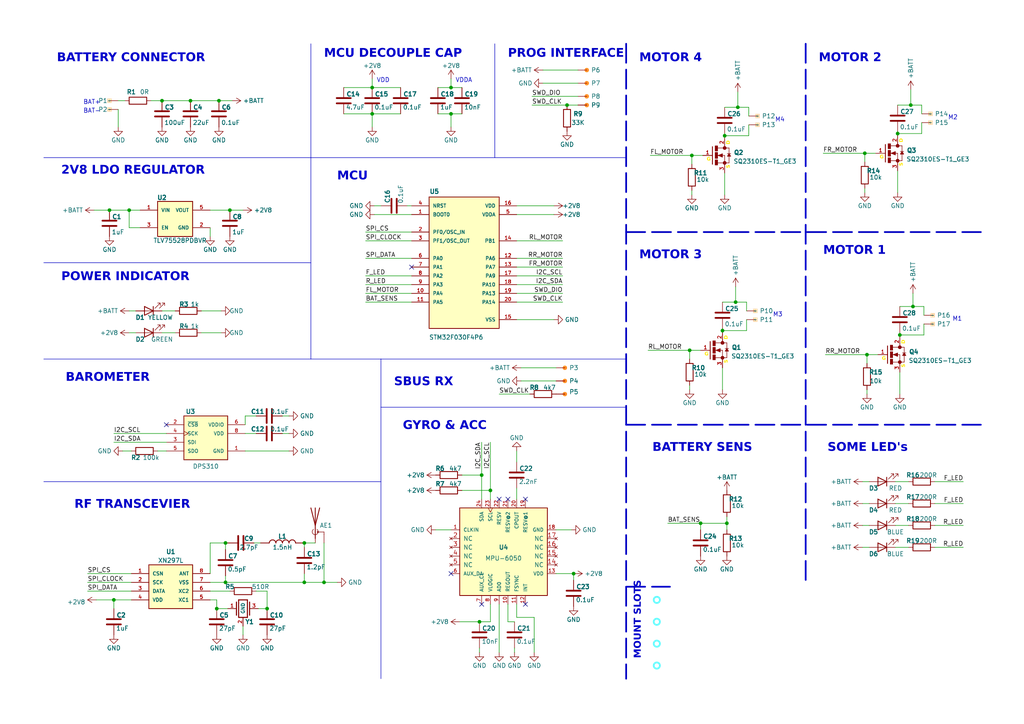
<source format=kicad_sch>
(kicad_sch (version 20230121) (generator eeschema)
  (paper "A4")
  (title_block (date "2023-06-25"))
  (junction (at 200.66 45.085))
  (junction (at 63.5 29.21))
  (junction (at 66.675 60.96))
  (junction (at 260.35 38.735))
  (junction (at 139.065 180.34))
  (junction (at 77.47 176.53))
  (junction (at 46.99 29.21))
  (junction (at 250.825 44.45))
  (junction (at 107.95 25.4))
  (junction (at 142.24 142.24))
  (junction (at 130.81 33.02))
  (junction (at 65.405 168.91))
  (junction (at 203.2 151.765))
  (junction (at 31.75 60.96))
  (junction (at 210.82 151.765))
  (junction (at 93.98 168.91))
  (junction (at 213.36 87.63))
  (junction (at 164.465 30.48))
  (junction (at 37.465 60.96))
  (junction (at 166.37 166.37))
  (junction (at 264.795 88.9))
  (junction (at 65.405 157.48))
  (junction (at 139.7 137.795))
  (junction (at 264.16 30.48))
  (junction (at 260.985 97.155))
  (junction (at 107.95 33.02))
  (junction (at 213.995 31.115))
  (junction (at 210.185 39.37))
  (junction (at 62.865 176.53))
  (junction (at 88.265 168.91))
  (junction (at 88.265 157.48))
  (junction (at 55.245 29.21))
  (junction (at 200.025 101.6))
  (junction (at 33.02 173.99))
  (junction (at 130.81 25.4))
  (junction (at 209.55 95.885))
  (junction (at 251.46 102.87))
  (no_connect (at 152.4 175.26))
  (no_connect (at 139.7 175.26))
  (no_connect (at 147.32 144.78))
  (no_connect (at 119.38 77.47))
  (no_connect (at 144.78 144.78))
  (no_connect (at 130.81 166.37))
  (no_connect (at 48.26 123.19))
  (no_connect (at 152.4 144.78))
  (wire (pts (xy 209.55 95.25) (xy 209.55 95.885)))
  (wire (pts (xy 77.47 171.45) (xy 77.47 176.53)))
  (wire (pts (xy 130.81 33.02) (xy 133.985 33.02)))
  (wire (pts (xy 200.66 55.245) (xy 200.66 56.515)))
  (wire (pts (xy 264.795 85.09) (xy 264.795 88.9)))
  (wire (pts (xy 200.66 45.085) (xy 200.66 47.625)))
  (wire (pts (xy 106.045 82.55) (xy 119.38 82.55)))
  (wire (pts (xy 149.86 82.55) (xy 163.195 82.55)))
  (polyline (pts (xy 12.7 139.7) (xy 110.49 139.7)))
  (wire (pts (xy 267.335 30.48) (xy 267.335 33.02)))
  (wire (pts (xy 164.465 30.48) (xy 154.305 30.48)))
  (wire (pts (xy 210.185 50.165) (xy 210.185 56.515)))
  (wire (pts (xy 264.795 88.9) (xy 267.97 88.9)))
  (polyline (pts (xy 143.51 12.7) (xy 143.51 45.72)))
  (wire (pts (xy 106.045 69.85) (xy 119.38 69.85)))
  (wire (pts (xy 126.365 153.67) (xy 130.81 153.67)))
  (wire (pts (xy 127 25.4) (xy 130.81 25.4)))
  (wire (pts (xy 200.66 45.085) (xy 203.835 45.085)))
  (wire (pts (xy 251.46 102.87) (xy 254.635 102.87)))
  (wire (pts (xy 88.265 168.91) (xy 93.98 168.91)))
  (wire (pts (xy 251.46 102.87) (xy 251.46 105.41)))
  (polyline (pts (xy 90.17 45.72) (xy 181.61 45.72)))
  (wire (pts (xy 260.35 38.1) (xy 260.35 38.735)))
  (wire (pts (xy 43.815 29.21) (xy 46.99 29.21)))
  (wire (pts (xy 210.82 151.765) (xy 210.82 153.67)))
  (wire (pts (xy 200.025 111.76) (xy 200.025 113.03)))
  (wire (pts (xy 37.465 60.96) (xy 40.64 60.96)))
  (wire (pts (xy 210.185 39.37) (xy 210.185 40.005)))
  (wire (pts (xy 209.55 87.63) (xy 213.36 87.63)))
  (wire (pts (xy 250.19 158.75) (xy 252.095 158.75)))
  (wire (pts (xy 37.465 90.17) (xy 39.37 90.17)))
  (wire (pts (xy 71.12 123.19) (xy 71.12 120.65)))
  (wire (pts (xy 142.24 180.34) (xy 142.24 175.26)))
  (polyline (pts (xy 90.17 12.7) (xy 90.17 45.72)))
  (wire (pts (xy 108.585 62.23) (xy 119.38 62.23)))
  (wire (pts (xy 149.86 62.23) (xy 160.655 62.23)))
  (wire (pts (xy 264.16 26.035) (xy 264.16 30.48)))
  (wire (pts (xy 271.145 152.4) (xy 279.4 152.4)))
  (wire (pts (xy 213.995 31.115) (xy 217.17 31.115)))
  (wire (pts (xy 259.715 152.4) (xy 263.525 152.4)))
  (wire (pts (xy 200.025 101.6) (xy 200.025 104.14)))
  (wire (pts (xy 27.305 60.96) (xy 31.75 60.96)))
  (wire (pts (xy 106.045 85.09) (xy 119.38 85.09)))
  (wire (pts (xy 45.72 130.81) (xy 48.26 130.81)))
  (wire (pts (xy 60.96 66.04) (xy 60.96 68.58)))
  (wire (pts (xy 88.265 157.48) (xy 91.44 157.48)))
  (wire (pts (xy 62.865 173.99) (xy 60.96 173.99)))
  (wire (pts (xy 203.2 151.765) (xy 203.2 153.67)))
  (wire (pts (xy 267.97 88.9) (xy 267.97 91.44)))
  (wire (pts (xy 217.17 39.37) (xy 217.17 36.195)))
  (wire (pts (xy 260.985 88.9) (xy 264.795 88.9)))
  (wire (pts (xy 27.94 173.99) (xy 33.02 173.99)))
  (polyline (pts (xy 181.61 123.19) (xy 284.48 123.19)) (stroke (width 0.5) (type dash)))
  (wire (pts (xy 31.75 60.96) (xy 37.465 60.96)))
  (wire (pts (xy 127 33.02) (xy 130.81 33.02)))
  (wire (pts (xy 213.36 87.63) (xy 216.535 87.63)))
  (wire (pts (xy 71.12 125.73) (xy 74.295 125.73)))
  (wire (pts (xy 149.86 141.605) (xy 149.86 144.78)))
  (polyline (pts (xy 12.7 104.14) (xy 110.49 104.14)))
  (wire (pts (xy 251.46 113.03) (xy 251.46 114.3)))
  (polyline (pts (xy 12.7 45.72) (xy 90.17 45.72)))
  (wire (pts (xy 33.02 176.53) (xy 33.02 173.99)))
  (wire (pts (xy 216.535 95.885) (xy 216.535 92.71)))
  (wire (pts (xy 37.465 60.96) (xy 37.465 66.04)))
  (wire (pts (xy 250.825 54.61) (xy 250.825 55.88)))
  (wire (pts (xy 81.915 120.65) (xy 83.82 120.65)))
  (wire (pts (xy 34.29 31.75) (xy 34.29 36.83)))
  (wire (pts (xy 106.045 67.31) (xy 119.38 67.31)))
  (wire (pts (xy 217.17 31.115) (xy 217.17 33.655)))
  (wire (pts (xy 35.56 130.81) (xy 38.1 130.81)))
  (wire (pts (xy 144.78 175.26) (xy 144.78 189.23)))
  (wire (pts (xy 108.585 59.69) (xy 110.49 59.69)))
  (wire (pts (xy 25.4 171.45) (xy 38.1 171.45)))
  (wire (pts (xy 187.96 101.6) (xy 200.025 101.6)))
  (wire (pts (xy 149.225 180.34) (xy 147.32 180.34)))
  (wire (pts (xy 106.045 87.63) (xy 119.38 87.63)))
  (polyline (pts (xy 181.61 12.7) (xy 181.61 196.85)) (stroke (width 0.5) (type dash)))
  (wire (pts (xy 65.405 157.48) (xy 65.405 159.385)))
  (wire (pts (xy 209.55 106.68) (xy 209.55 113.03)))
  (wire (pts (xy 58.42 90.17) (xy 64.135 90.17)))
  (wire (pts (xy 157.48 20.32) (xy 167.64 20.32)))
  (wire (pts (xy 139.065 180.34) (xy 142.24 180.34)))
  (wire (pts (xy 260.35 49.53) (xy 260.35 55.88)))
  (wire (pts (xy 62.865 176.53) (xy 62.865 173.99)))
  (wire (pts (xy 37.465 96.52) (xy 39.37 96.52)))
  (wire (pts (xy 260.985 107.95) (xy 260.985 114.3)))
  (wire (pts (xy 209.55 95.885) (xy 209.55 96.52)))
  (wire (pts (xy 271.145 158.75) (xy 279.4 158.75)))
  (wire (pts (xy 60.96 171.45) (xy 66.675 171.45)))
  (polyline (pts (xy 110.49 104.14) (xy 181.61 104.14)))
  (wire (pts (xy 73.66 157.48) (xy 75.565 157.48)))
  (wire (pts (xy 55.245 29.21) (xy 63.5 29.21)))
  (wire (pts (xy 40.64 66.04) (xy 37.465 66.04)))
  (wire (pts (xy 259.715 158.75) (xy 263.525 158.75)))
  (wire (pts (xy 34.29 29.21) (xy 36.195 29.21)))
  (wire (pts (xy 60.96 168.91) (xy 65.405 168.91)))
  (wire (pts (xy 106.045 74.93) (xy 119.38 74.93)))
  (wire (pts (xy 239.395 102.87) (xy 251.46 102.87)))
  (wire (pts (xy 93.98 168.91) (xy 97.79 168.91)))
  (wire (pts (xy 213.36 83.185) (xy 213.36 87.63)))
  (wire (pts (xy 149.86 59.69) (xy 160.655 59.69)))
  (wire (pts (xy 210.185 31.115) (xy 213.995 31.115)))
  (wire (pts (xy 144.78 114.3) (xy 153.67 114.3)))
  (wire (pts (xy 210.82 149.86) (xy 210.82 151.765)))
  (wire (pts (xy 267.97 97.155) (xy 267.97 93.98)))
  (wire (pts (xy 250.825 44.45) (xy 254 44.45)))
  (wire (pts (xy 46.99 29.21) (xy 55.245 29.21)))
  (wire (pts (xy 250.19 139.7) (xy 252.095 139.7)))
  (wire (pts (xy 157.48 24.13) (xy 167.64 24.13)))
  (wire (pts (xy 259.715 146.05) (xy 263.525 146.05)))
  (polyline (pts (xy 110.49 196.85) (xy 110.49 118.11)))
  (wire (pts (xy 46.99 96.52) (xy 50.8 96.52)))
  (wire (pts (xy 260.35 30.48) (xy 264.16 30.48)))
  (wire (pts (xy 71.12 130.81) (xy 83.82 130.81)))
  (wire (pts (xy 260.985 97.155) (xy 267.97 97.155)))
  (wire (pts (xy 210.185 38.735) (xy 210.185 39.37)))
  (wire (pts (xy 250.825 44.45) (xy 250.825 46.99)))
  (wire (pts (xy 149.86 130.81) (xy 149.86 133.985)))
  (wire (pts (xy 267.335 38.735) (xy 267.335 35.56)))
  (wire (pts (xy 149.86 87.63) (xy 163.195 87.63)))
  (wire (pts (xy 167.64 27.94) (xy 154.305 27.94)))
  (wire (pts (xy 107.95 22.86) (xy 107.95 25.4)))
  (wire (pts (xy 149.86 80.01) (xy 163.195 80.01)))
  (wire (pts (xy 25.4 166.37) (xy 38.1 166.37)))
  (wire (pts (xy 139.7 137.795) (xy 139.7 144.78)))
  (wire (pts (xy 166.37 168.275) (xy 166.37 166.37)))
  (wire (pts (xy 210.185 39.37) (xy 217.17 39.37)))
  (wire (pts (xy 149.86 69.85) (xy 163.195 69.85)))
  (polyline (pts (xy 12.7 76.2) (xy 90.17 76.2)))
  (wire (pts (xy 142.24 142.24) (xy 142.24 144.78)))
  (wire (pts (xy 65.405 168.91) (xy 88.265 168.91)))
  (wire (pts (xy 106.045 80.01) (xy 119.38 80.01)))
  (wire (pts (xy 66.04 157.48) (xy 65.405 157.48)))
  (wire (pts (xy 151.13 106.68) (xy 161.29 106.68)))
  (wire (pts (xy 71.12 120.65) (xy 74.295 120.65)))
  (wire (pts (xy 107.95 33.02) (xy 116.205 33.02)))
  (wire (pts (xy 149.86 85.09) (xy 163.195 85.09)))
  (wire (pts (xy 161.29 166.37) (xy 166.37 166.37)))
  (wire (pts (xy 130.81 22.86) (xy 130.81 25.4)))
  (wire (pts (xy 60.96 157.48) (xy 60.96 166.37)))
  (wire (pts (xy 149.86 175.26) (xy 149.86 179.07)))
  (wire (pts (xy 154.94 179.07) (xy 154.94 189.23)))
  (polyline (pts (xy 110.49 118.11) (xy 181.61 118.11)))
  (wire (pts (xy 99.695 25.4) (xy 107.95 25.4)))
  (wire (pts (xy 161.29 153.67) (xy 165.735 153.67)))
  (wire (pts (xy 63.5 29.21) (xy 67.31 29.21)))
  (polyline (pts (xy 90.17 45.72) (xy 90.17 104.14)))
  (wire (pts (xy 260.985 96.52) (xy 260.985 97.155)))
  (wire (pts (xy 147.32 180.34) (xy 147.32 175.26)))
  (wire (pts (xy 130.81 25.4) (xy 133.985 25.4)))
  (wire (pts (xy 149.225 187.96) (xy 149.225 189.23)))
  (wire (pts (xy 107.95 33.02) (xy 107.95 36.83)))
  (wire (pts (xy 149.86 77.47) (xy 163.195 77.47)))
  (wire (pts (xy 142.24 128.27) (xy 142.24 142.24)))
  (wire (pts (xy 259.715 139.7) (xy 263.525 139.7)))
  (wire (pts (xy 133.985 137.795) (xy 139.7 137.795)))
  (wire (pts (xy 60.96 157.48) (xy 65.405 157.48)))
  (wire (pts (xy 209.55 95.885) (xy 216.535 95.885)))
  (wire (pts (xy 151.13 110.49) (xy 161.29 110.49)))
  (wire (pts (xy 260.35 38.735) (xy 260.35 39.37)))
  (wire (pts (xy 88.265 157.48) (xy 88.265 158.75)))
  (wire (pts (xy 46.99 90.17) (xy 50.8 90.17)))
  (wire (pts (xy 58.42 96.52) (xy 64.135 96.52)))
  (wire (pts (xy 260.35 38.735) (xy 267.335 38.735)))
  (wire (pts (xy 133.35 180.34) (xy 139.065 180.34)))
  (wire (pts (xy 65.405 167.005) (xy 65.405 168.91)))
  (wire (pts (xy 264.16 30.48) (xy 267.335 30.48)))
  (wire (pts (xy 88.265 166.37) (xy 88.265 168.91)))
  (wire (pts (xy 70.485 181.61) (xy 70.485 184.15)))
  (wire (pts (xy 33.02 128.27) (xy 48.26 128.27)))
  (wire (pts (xy 213.995 26.67) (xy 213.995 31.115)))
  (wire (pts (xy 193.675 151.765) (xy 203.2 151.765)))
  (wire (pts (xy 118.11 59.69) (xy 119.38 59.69)))
  (wire (pts (xy 60.96 60.96) (xy 66.675 60.96)))
  (wire (pts (xy 139.065 187.96) (xy 139.065 189.23)))
  (wire (pts (xy 62.865 176.53) (xy 66.04 176.53)))
  (wire (pts (xy 149.86 74.93) (xy 163.195 74.93)))
  (wire (pts (xy 81.915 125.73) (xy 83.82 125.73)))
  (wire (pts (xy 238.76 44.45) (xy 250.825 44.45)))
  (wire (pts (xy 203.2 151.765) (xy 210.82 151.765)))
  (wire (pts (xy 130.81 33.02) (xy 130.81 36.83)))
  (wire (pts (xy 33.02 125.73) (xy 48.26 125.73)))
  (wire (pts (xy 25.4 168.91) (xy 38.1 168.91)))
  (wire (pts (xy 107.95 25.4) (xy 116.205 25.4)))
  (wire (pts (xy 260.985 97.155) (xy 260.985 97.79)))
  (wire (pts (xy 77.47 171.45) (xy 74.295 171.45)))
  (wire (pts (xy 200.025 101.6) (xy 203.2 101.6)))
  (wire (pts (xy 188.595 45.085) (xy 200.66 45.085)))
  (wire (pts (xy 250.19 146.05) (xy 252.095 146.05)))
  (wire (pts (xy 139.7 128.27) (xy 139.7 137.795)))
  (wire (pts (xy 216.535 87.63) (xy 216.535 90.17)))
  (polyline (pts (xy 181.61 67.31) (xy 284.48 67.31)) (stroke (width 0.5) (type dash)))
  (wire (pts (xy 250.19 152.4) (xy 252.095 152.4)))
  (wire (pts (xy 271.145 139.7) (xy 279.4 139.7)))
  (wire (pts (xy 93.98 157.48) (xy 93.98 168.91)))
  (polyline (pts (xy 181.61 170.18) (xy 194.31 170.18)) (stroke (width 0.5) (type dash)))
  (polyline (pts (xy 110.49 104.14) (xy 110.49 118.11)))
  (wire (pts (xy 149.86 92.71) (xy 160.655 92.71)))
  (wire (pts (xy 133.985 142.24) (xy 142.24 142.24)))
  (wire (pts (xy 33.02 173.99) (xy 38.1 173.99)))
  (wire (pts (xy 271.145 146.05) (xy 279.4 146.05)))
  (polyline (pts (xy 233.68 12.7) (xy 233.68 170.18)) (stroke (width 0.5) (type dash)))
  (wire (pts (xy 99.695 33.02) (xy 107.95 33.02)))
  (wire (pts (xy 74.93 176.53) (xy 77.47 176.53)))
  (wire (pts (xy 167.64 30.48) (xy 164.465 30.48)))
  (wire (pts (xy 149.86 179.07) (xy 154.94 179.07)))
  (wire (pts (xy 66.675 60.96) (xy 70.485 60.96)))
  (text "POWER INDICATOR" (at 17.78 82.55 0) (effects (font (size 2.5 2.5) (thickness 1) bold) (justify left bottom)))
  (text "M4" (at 224.79 35.56 0) (effects (font (size 1.27 1.27)) (justify left bottom)))
  (text "BAT+\n" (at 24.13 30.48 0) (effects (font (size 1.27 1.27)) (justify left bottom)))
  (text "SOME LED's\n" (at 240.03 132.08 0) (effects (font (size 2.5 2.5) (thickness 1) bold) (justify left bottom)))
  (text "MCU\n" (at 97.79 53.34 0) (effects (font (size 2.5 2.5) (thickness 1) bold) (justify left bottom)))
  (text "BAT-\n" (at 24.13 33.02 0) (effects (font (size 1.27 1.27)) (justify left bottom)))
  (text "BATTERY CONNECTOR\n" (at 16.51 19.05 0) (effects (font (size 2.5 2.5) (thickness 1) bold) (justify left bottom)))
  (text "M2\n" (at 274.955 34.925 0) (effects (font (size 1.27 1.27)) (justify left bottom)))
  (text "MOTOR 3" (at 185.42 76.2 0) (effects (font (size 2.5 2.5) (thickness 1) bold) (justify left bottom)))
  (text "2V8 LDO REGULATOR\n\n" (at 17.78 55.88 0) (effects (font (size 2.5 2.5) (thickness 1) bold) (justify left bottom)))
  (text "VDDA" (at 132.08 24.13 0) (effects (font (size 1.27 1.27)) (justify left bottom)))
  (text "BAROMETER" (at 19.05 111.76 0) (effects (font (size 2.5 2.5) (thickness 1) bold) (justify left bottom)))
  (text "PROG INTERFACE\n" (at 147.32 17.78 0) (effects (font (size 2.5 2.5) (thickness 1) bold) (justify left bottom)))
  (text "RF TRANSCEVIER" (at 21.59 148.59 0) (effects (font (size 2.5 2.5) (thickness 1) bold) (justify left bottom)))
  (text "MOUNT SLOTS\n" (at 186.69 191.135 90) (effects (font (size 2 2) (thickness 0.4) bold) (justify left bottom)))
  (text "M3\n" (at 224.155 92.075 0) (effects (font (size 1.27 1.27)) (justify left bottom)))
  (text "MCU DECOUPLE CAP" (at 93.98 17.78 0) (effects (font (size 2.5 2.5) (thickness 1) bold) (justify left bottom)))
  (text "SBUS RX\n" (at 114.3 113.03 0) (effects (font (size 2.5 2.5) (thickness 1) bold) (justify left bottom)))
  (text "M1" (at 276.225 93.345 0) (effects (font (size 1.27 1.27)) (justify left bottom)))
  (text "VDD" (at 109.22 24.13 0) (effects (font (size 1.27 1.27)) (justify left bottom)))
  (text "MOTOR 4\n" (at 185.42 19.05 0) (effects (font (size 2.5 2.5) (thickness 1) bold) (justify left bottom)))
  (text "GYRO & ACC" (at 116.84 125.73 0) (effects (font (size 2.5 2.5) (thickness 1) bold) (justify left bottom)))
  (text "MOTOR 1" (at 238.76 74.93 0) (effects (font (size 2.5 2.5) (thickness 1) bold) (justify left bottom)))
  (text "BATTERY SENS" (at 189.23 132.08 0) (effects (font (size 2.5 2.5) (thickness 1) bold) (justify left bottom)))
  (text "MOTOR 2" (at 237.49 19.05 0) (effects (font (size 2.5 2.5) (thickness 1) bold) (justify left bottom)))
  (label "SWD_CLK" (at 144.78 114.3 0))
  (label "SPI_CS" (at 25.4 166.37 0))
  (label "F_LED" (at 106.045 80.01 0))
  (label "SWD_DIO" (at 163.195 85.09 180))
  (label "RR_MOTOR" (at 239.395 102.87 0))
  (label "FL_MOTOR" (at 106.045 85.09 0))
  (label "SPI_DATA" (at 25.4 171.45 0))
  (label "I2C_SDA" (at 163.195 82.55 180))
  (label "R_LED" (at 279.4 158.75 180))
  (label "SPI_CS" (at 106.045 67.31 0))
  (label "FL_MOTOR" (at 188.595 45.085 0))
  (label "BAT_SENS" (at 193.675 151.765 0))
  (label "I2C_SCL" (at 142.24 128.27 270))
  (label "I2C_SCL" (at 163.195 80.01 180))
  (label "SWD_CLK" (at 154.305 30.48 0))
  (label "BAT_SENS" (at 106.045 87.63 0))
  (label "I2C_SDA" (at 139.7 128.27 270))
  (label "SWD_CLK" (at 163.195 87.63 180))
  (label "SPI_CLOCK" (at 25.4 168.91 0))
  (label "F_LED" (at 279.4 146.05 180))
  (label "RL_MOTOR" (at 163.195 69.85 180))
  (label "FR_MOTOR" (at 238.76 44.45 0))
  (label "R_LED" (at 279.4 152.4 180))
  (label "I2C_SDA" (at 33.02 128.27 0))
  (label "I2C_SCL" (at 33.02 125.73 0))
  (label "SPI_DATA" (at 106.045 74.93 0))
  (label "SPI_CLOCK" (at 106.045 69.85 0))
  (label "FR_MOTOR" (at 163.195 77.47 180))
  (label "SWD_DIO" (at 154.305 27.94 0))
  (label "F_LED" (at 279.4 139.7 180))
  (label "R_LED" (at 106.045 82.55 0))
  (label "RR_MOTOR" (at 163.195 74.93 180))
  (label "RL_MOTOR" (at 187.96 101.6 0))
  (symbol (lib_id "MechAsh_Library:C_0805") (at 63.5 33.02 0) (unit 1)
    (property "Reference" "C6" (at 64.135 31.115 0) (effects (font bold) (justify left)))
    (property "Value" "0.1uF" (at 64.135 35.56 0) (effects (justify left)))
    (property "Footprint" "MechAsh_Footprint_Library:C_0805" (effects hide))
    (property "LCSC" "C1854118" (effects hide))
  )
  (symbol (lib_id "power:GND") (at 34.29 36.83 0) (unit 1)
    (property "Reference" "#PWR05" (effects hide))
    (property "Value" "GND" (at 34.29 40.64 0))
  )
  (symbol (lib_id "MechAsh_Library:1.6x1.6-SMD_PAD") (at 167.64 30.48 0) (unit 1) (in_bom no)
    (property "Reference" "P9" (at 171.45 30.48 0) (effects (justify left)))
    (property "Value" "2x2-SMD_PAD" (effects hide))
    (property "Footprint" "MechAsh_Footprint_Library:1.6x1.6-SMD-PAD" (effects hide))
  )
  (symbol (lib_id "MechAsh_Library:C_0603") (at 260.35 34.29 0) (unit 1)
    (property "Reference" "C27" (at 260.985 32.385 0) (effects (font bold) (justify left)))
    (property "Value" "0.1uF" (at 260.985 36.83 0) (effects (justify left)))
    (property "Footprint" "MechAsh_Footprint_Library:C_0603" (effects hide))
    (property "LCSC" "C1854118" (effects hide))
  )
  (symbol (lib_id "power:GND") (at 164.465 38.1 0) (unit 1)
    (property "Reference" "#PWR047" (effects hide))
    (property "Value" "GND" (at 164.465 41.91 0))
  )
  (symbol (lib_id "MechAsh_Library:Antenna_Shield_2.4GHz_L") (at 91.44 152.4 0) (unit 1)
    (property "Reference" "AE1" (at 92.71 152.4 0) (effects (justify left)))
    (property "Value" "Antenna_Shield_2.4GHz_R" (effects hide))
    (property "Footprint" "MechAsh_Footprint_Library:ANT_Texas_SWRA117D_2.4GHz_Left" (effects hide))
  )
  (symbol (lib_id "MechAsh_Library:C_0603") (at 203.2 157.48 0) (unit 1)
    (property "Reference" "C24" (at 203.835 155.575 0) (effects (font bold) (justify left)))
    (property "Value" "0.1uF" (at 203.835 159.385 0) (effects (justify left)))
    (property "Footprint" "MechAsh_Footprint_Library:C_0603" (effects hide))
    (property "LCSC" "C519438" (effects hide))
  )
  (symbol (lib_id "MechAsh_Library:C_0603") (at 114.3 59.69 90) (unit 1)
    (property "Reference" "C16" (at 112.395 59.055 0) (effects (font bold) (justify left)))
    (property "Value" "0.1uF" (at 116.205 59.055 0) (effects (justify left)))
    (property "Footprint" "MechAsh_Footprint_Library:C_0603" (effects hide))
    (property "LCSC" "C519438" (effects hide))
  )
  (symbol (lib_id "power:GND") (at 139.065 189.23 0) (unit 1)
    (property "Reference" "#PWR035" (effects hide))
    (property "Value" "GND" (at 139.065 193.04 0))
  )
  (symbol (lib_id "power:GND") (at 210.82 161.29 0) (unit 1)
    (property "Reference" "#PWR057" (effects hide))
    (property "Value" "GND" (at 210.82 165.1 0))
  )
  (symbol (lib_id "MechAsh_Library:M2_Rubber_Gummy_Mount") (at 190.5 180.34 0) (unit 1) (in_bom no)
    (property "Reference" "M2" (effects hide))
    (property "Footprint" "MechAsh_Footprint_Library:M2_Rubber_Gummy_Drone" (effects hide))
  )
  (symbol (lib_id "MechAsh_Library:LED_0603") (at 255.905 146.05 180) (unit 1)
    (property "Reference" "D4" (at 253.365 147.955 0) (effects (font bold)))
    (property "Value" "RED" (at 259.715 147.955 0))
    (property "Footprint" "MechAsh_Footprint_Library:LED_0603" (effects hide))
    (property "LCSC" "C266784" (effects hide))
  )
  (symbol (lib_id "power:+BATT") (at 250.19 146.05 90) (unit 1)
    (property "Reference" "#PWR061" (effects hide))
    (property "Value" "+BATT" (at 247.015 146.05 90) (effects (justify left)))
  )
  (symbol (lib_id "power:GND") (at 250.825 55.88 0) (unit 1)
    (property "Reference" "#PWR064" (effects hide))
    (property "Value" "GND" (at 250.825 59.69 0))
  )
  (symbol (lib_id "MechAsh_Library:2x3_EDGE_PAD") (at 269.875 35.56 0) (unit 1) (in_bom no)
    (property "Reference" "P15" (at 271.145 35.56 0) (effects (justify left)))
    (property "Value" "~" (at 269.875 35.56 0))
    (property "Footprint" "MechAsh_Footprint_Library:2x3_EDGE_PADS" (effects hide))
  )
  (symbol (lib_id "power:+BATT") (at 67.31 29.21 270) (unit 1)
    (property "Reference" "#PWR017" (effects hide))
    (property "Value" "+BATT" (at 70.485 29.21 90) (effects (justify left)))
  )
  (symbol (lib_id "MechAsh_Library:LED_0603") (at 255.905 152.4 180) (unit 1)
    (property "Reference" "D5" (at 253.365 154.305 0) (effects (font bold)))
    (property "Value" "BLUE" (at 259.715 154.305 0))
    (property "Footprint" "MechAsh_Footprint_Library:LED_0603" (effects hide))
    (property "LCSC" "C435849" (effects hide))
  )
  (symbol (lib_id "MechAsh_Library:C_0805") (at 46.99 33.02 0) (unit 1)
    (property "Reference" "C3" (at 47.625 31.115 0) (effects (font bold) (justify left)))
    (property "Value" "100uF" (at 47.625 35.56 0) (effects (justify left)))
    (property "Footprint" "MechAsh_Footprint_Library:C_0805" (effects hide))
    (property "LCSC" "C141660" (effects hide))
  )
  (symbol (lib_id "power:+2V8") (at 107.95 22.86 0) (unit 1)
    (property "Reference" "#PWR025" (effects hide))
    (property "Value" "+2V8" (at 107.95 19.05 0))
  )
  (symbol (lib_id "MechAsh_Library:C_0603") (at 149.86 137.795 0) (unit 1)
    (property "Reference" "C22" (at 150.495 135.89 0) (effects (font bold) (justify left)))
    (property "Value" "2.2nF" (at 150.495 139.7 0) (effects (justify left)))
    (property "Footprint" "MechAsh_Footprint_Library:C_0603" (effects hide))
    (property "LCSC" "C519416" (effects hide))
  )
  (symbol (lib_id "power:+2V8") (at 126.365 142.24 90) (unit 1)
    (property "Reference" "#PWR030" (effects hide))
    (property "Value" "+2V8" (at 123.19 142.24 90) (effects (justify left)))
  )
  (symbol (lib_id "power:+BATT") (at 250.19 158.75 90) (unit 1)
    (property "Reference" "#PWR063" (effects hide))
    (property "Value" "+BATT" (at 247.015 158.75 90) (effects (justify left)))
  )
  (symbol (lib_id "power:+BATT") (at 27.305 60.96 90) (unit 1)
    (property "Reference" "#PWR01" (effects hide))
    (property "Value" "+BATT" (at 24.13 60.96 90) (effects (justify left)))
  )
  (symbol (lib_id "MechAsh_Library:C_0603") (at 149.225 184.15 0) (unit 1)
    (property "Reference" "C21" (at 149.86 182.245 0) (effects (font bold) (justify left)))
    (property "Value" "0.1uF" (at 149.86 186.055 0) (effects (justify left)))
    (property "Footprint" "MechAsh_Footprint_Library:C_0603" (effects hide))
    (property "LCSC" "C519438" (effects hide))
  )
  (symbol (lib_id "power:GND") (at 46.99 36.83 0) (unit 1)
    (property "Reference" "#PWR09" (effects hide))
    (property "Value" "GND" (at 46.99 40.64 0))
  )
  (symbol (lib_id "MechAsh_Library:2x3_EDGE_PAD") (at 31.75 31.75 180) (unit 1) (in_bom no)
    (property "Reference" "P2" (at 29.845 31.75 0))
    (property "Value" "~" (at 31.75 31.75 0))
    (property "Footprint" "MechAsh_Footprint_Library:2x3_EDGE_PADS" (effects hide))
  )
  (symbol (lib_id "power:+BATT") (at 151.13 106.68 90) (unit 1)
    (property "Reference" "#PWR039" (effects hide))
    (property "Value" "+BATT" (at 147.955 106.68 90) (effects (justify left)))
  )
  (symbol (lib_id "power:GND") (at 33.02 184.15 0) (unit 1)
    (property "Reference" "#PWR04" (effects hide))
    (property "Value" "GND" (at 33.02 187.96 0))
  )
  (symbol (lib_id "power:GND") (at 260.35 55.88 0) (unit 1)
    (property "Reference" "#PWR066" (effects hide))
    (property "Value" "GND" (at 260.35 59.69 0))
  )
  (symbol (lib_id "power:GND") (at 83.82 120.65 90) (unit 1)
    (property "Reference" "#PWR021" (effects hide))
    (property "Value" "GND" (at 86.995 120.65 90) (effects (justify right)))
  )
  (symbol (lib_id "power:+2V8") (at 70.485 60.96 270) (unit 1)
    (property "Reference" "#PWR018" (effects hide))
    (property "Value" "+2V8" (at 73.66 60.96 90) (effects (justify left)))
  )
  (symbol (lib_id "MechAsh_Library:2x3_EDGE_PAD") (at 219.71 33.655 0) (unit 1) (in_bom no)
    (property "Reference" "P12" (at 220.98 33.655 0) (effects (justify left)))
    (property "Value" "~" (at 219.71 33.655 0))
    (property "Footprint" "MechAsh_Footprint_Library:2x3_EDGE_PADS" (effects hide))
  )
  (symbol (lib_id "MechAsh_Library:R_0603") (at 54.61 90.17 180) (unit 1)
    (property "Reference" "R3" (at 53.34 88.265 0) (effects (font bold)))
    (property "Value" "1k" (at 56.515 88.265 0))
    (property "Footprint" "MechAsh_Footprint_Library:R_0603" (effects hide))
    (property "LCSC" "C14676" (effects hide))
  )
  (symbol (lib_id "power:+2V8") (at 37.465 96.52 90) (unit 1)
    (property "Reference" "#PWR08" (effects hide))
    (property "Value" "+2V8" (at 34.29 96.52 90) (effects (justify left)))
  )
  (symbol (lib_id "MechAsh_Library:1.6x1.6-SMD_PAD") (at 167.64 20.32 0) (unit 1) (in_bom no)
    (property "Reference" "P6" (at 171.45 20.32 0) (effects (justify left)))
    (property "Value" "2x2-SMD_PAD" (effects hide))
    (property "Footprint" "MechAsh_Footprint_Library:1.6x1.6-SMD-PAD" (effects hide))
  )
  (symbol (lib_id "power:GND") (at 60.96 68.58 0) (unit 1)
    (property "Reference" "#PWR011" (effects hide))
    (property "Value" "GND" (at 60.96 72.39 0))
  )
  (symbol (lib_id "power:GND") (at 157.48 24.13 270) (unit 1)
    (property "Reference" "#PWR043" (effects hide))
    (property "Value" "GND" (at 152.4 24.13 90))
  )
  (symbol (lib_id "MechAsh_Library:TLV75528PDBVR") (at 50.8 63.5 0) (unit 1)
    (property "Reference" "U2" (at 45.466 58.166 0) (effects (font bold) (justify left bottom)))
    (property "Value" "TLV75528PDBVR" (at 44.45 70.485 0) (effects (justify left bottom)))
    (property "Footprint" "MechAsh_Footprint_Library:SOT-23-5" (effects hide))
    (property "LCSC" "C2868951" (effects hide))
  )
  (symbol (lib_id "MechAsh_Library:DPS310") (at 59.69 127 0) (unit 1)
    (property "Reference" "U3" (at 55.245 119.38 0) (effects (font bold)))
    (property "Value" "DPS310" (at 59.69 135.255 0))
    (property "Footprint" "MechAsh_Footprint_Library:VFLGA-8" (effects hide))
    (property "LCSC" "C130156" (effects hide))
  )
  (symbol (lib_id "MechAsh_Library:C_0603") (at 69.85 157.48 90) (unit 1)
    (property "Reference" "C9" (at 73.66 156.21 90) (effects (font bold) (justify left)))
    (property "Value" "2.7pF" (at 74.93 158.75 90) (effects (justify left)))
    (property "Footprint" "MechAsh_Footprint_Library:C_0603" (effects hide))
    (property "LCSC" "C701311" (effects hide))
  )
  (symbol (lib_id "MechAsh_Library:C_0603") (at 139.065 184.15 0) (unit 1)
    (property "Reference" "C20" (at 139.7 182.245 0) (effects (font bold) (justify left)))
    (property "Value" "10nF" (at 139.7 186.055 0) (effects (justify left)))
    (property "Footprint" "MechAsh_Footprint_Library:C_0603" (effects hide))
    (property "LCSC" "C344025" (effects hide))
  )
  (symbol (lib_id "power:+BATT") (at 213.36 83.185 0) (unit 1)
    (property "Reference" "#PWR058" (effects hide))
    (property "Value" "+BATT" (at 213.36 80.01 90) (effects (justify left)))
  )
  (symbol (lib_id "MechAsh_Library:C_0603") (at 99.695 29.21 0) (unit 1)
    (property "Reference" "C14" (at 100.33 27.305 0) (effects (font bold) (justify left)))
    (property "Value" "4.7uF" (at 100.33 31.115 0) (effects (justify left)))
    (property "Footprint" "MechAsh_Footprint_Library:C_0603" (effects hide))
    (property "LCSC" "C109456" (effects hide))
  )
  (symbol (lib_id "MechAsh_Library:C_0603") (at 62.865 180.34 0) (unit 1)
    (property "Reference" "C5" (at 63.5 178.435 0) (effects (font bold) (justify left)))
    (property "Value" "27pF" (at 63.5 182.245 0) (effects (justify left)))
    (property "Footprint" "MechAsh_Footprint_Library:C_0603" (effects hide))
    (property "LCSC" "C107045" (effects hide))
  )
  (symbol (lib_id "MechAsh_Library:C_0603") (at 78.105 120.65 90) (unit 1)
    (property "Reference" "C11" (at 76.835 119.38 90) (effects (font bold) (justify left)))
    (property "Value" "0.1uF" (at 83.82 119.38 90) (effects (justify left)))
    (property "Footprint" "MechAsh_Footprint_Library:C_0603" (effects hide))
    (property "LCSC" "C519438" (effects hide))
  )
  (symbol (lib_id "power:GND") (at 203.2 161.29 0) (unit 1)
    (property "Reference" "#PWR053" (effects hide))
    (property "Value" "GND" (at 203.2 165.1 0))
  )
  (symbol (lib_id "MechAsh_Library:1.6x1.6-SMD_PAD") (at 167.64 24.13 0) (unit 1) (in_bom no)
    (property "Reference" "P7" (at 171.45 24.13 0) (effects (justify left)))
    (property "Value" "2x2-SMD_PAD" (effects hide))
    (property "Footprint" "MechAsh_Footprint_Library:1.6x1.6-SMD-PAD" (effects hide))
  )
  (symbol (lib_id "MechAsh_Library:R_0603") (at 70.485 171.45 0) (unit 1)
    (property "Reference" "R5" (at 66.675 170.18 0) (effects (font bold)))
    (property "Value" "510R" (at 75.565 170.18 0))
    (property "Footprint" "MechAsh_Footprint_Library:R_0603" (effects hide))
    (property "LCSC" "C114670" (effects hide))
  )
  (symbol (lib_id "power:GND") (at 166.37 175.895 0) (unit 1)
    (property "Reference" "#PWR050" (effects hide))
    (property "Value" "GND" (at 166.37 179.705 0))
  )
  (symbol (lib_id "power:GND") (at 108.585 59.69 270) (unit 1)
    (property "Reference" "#PWR027" (effects hide))
    (property "Value" "GND" (at 105.41 59.69 90) (effects (justify right)))
  )
  (symbol (lib_id "power:+2V8") (at 133.35 180.34 90) (unit 1)
    (property "Reference" "#PWR034" (effects hide))
    (property "Value" "+2V8" (at 130.175 180.34 90) (effects (justify left)))
  )
  (symbol (lib_id "MechAsh_Library:M2_Rubber_Gummy_Mount") (at 190.5 186.69 0) (unit 1) (in_bom no)
    (property "Reference" "M3" (effects hide))
    (property "Footprint" "MechAsh_Footprint_Library:M2_Rubber_Gummy_Drone" (effects hide))
  )
  (symbol (lib_id "power:GND") (at 149.225 189.23 0) (unit 1)
    (property "Reference" "#PWR037" (effects hide))
    (property "Value" "GND" (at 149.225 193.04 0))
  )
  (symbol (lib_id "power:GND") (at 165.735 153.67 90) (unit 1)
    (property "Reference" "#PWR048" (effects hide))
    (property "Value" "GND" (at 168.91 153.67 90) (effects (justify right)))
  )
  (symbol (lib_id "power:GND") (at 126.365 153.67 270) (unit 1)
    (property "Reference" "#PWR031" (effects hide))
    (property "Value" "GND" (at 123.19 153.67 90) (effects (justify right)))
  )
  (symbol (lib_id "power:GND") (at 144.78 189.23 0) (unit 1)
    (property "Reference" "#PWR036" (effects hide))
    (property "Value" "GND" (at 144.78 193.04 0))
  )
  (symbol (lib_id "power:GND") (at 35.56 130.81 270) (unit 1)
    (property "Reference" "#PWR06" (effects hide))
    (property "Value" "GND" (at 32.385 130.81 90) (effects (justify right)))
  )
  (symbol (lib_id "power:GND") (at 210.185 56.515 0) (unit 1)
    (property "Reference" "#PWR055" (effects hide))
    (property "Value" "GND" (at 210.185 60.325 0))
  )
  (symbol (lib_id "power:+BATT") (at 210.82 142.24 0) (unit 1)
    (property "Reference" "#PWR056" (effects hide))
    (property "Value" "+BATT" (at 210.82 138.43 0))
  )
  (symbol (lib_id "MechAsh_Library:R_0603") (at 267.335 139.7 180) (unit 1)
    (property "Reference" "R16" (at 264.795 137.795 0) (effects (font bold)))
    (property "Value" "200R" (at 269.24 137.795 0))
    (property "Footprint" "MechAsh_Footprint_Library:R_0603" (effects hide))
    (property "LCSC" "C114664" (effects hide))
  )
  (symbol (lib_id "MechAsh_Library:C_0603") (at 127 29.21 0) (unit 1)
    (property "Reference" "C18" (at 127.635 27.305 0) (effects (font bold) (justify left)))
    (property "Value" "1uF" (at 127.635 31.115 0) (effects (justify left)))
    (property "Footprint" "MechAsh_Footprint_Library:C_0603" (effects hide))
    (property "LCSC" "C113807" (effects hide))
  )
  (symbol (lib_id "MechAsh_Library:C_0603") (at 77.47 180.34 0) (unit 1)
    (property "Reference" "C10" (at 78.105 178.435 0) (effects (font bold) (justify left)))
    (property "Value" "27pF" (at 78.105 182.245 0) (effects (justify left)))
    (property "Footprint" "MechAsh_Footprint_Library:C_0603" (effects hide))
    (property "LCSC" "C107045" (effects hide))
  )
  (symbol (lib_id "power:+2V8") (at 27.94 173.99 90) (unit 1)
    (property "Reference" "#PWR02" (effects hide))
    (property "Value" "+2V8" (at 24.765 174.625 90) (effects (justify left)))
  )
  (symbol (lib_id "MechAsh_Library:XN297L") (at 49.53 173.99 0) (unit 1)
    (property "Reference" "U1" (at 49.53 160.02 0) (effects (font bold)))
    (property "Value" "XN297L" (at 49.53 162.56 0))
    (property "Footprint" "MechAsh_Footprint_Library:SOP8-EP" (effects hide))
  )
  (symbol (lib_id "MechAsh_Library:2x3_EDGE_PAD") (at 219.075 90.17 0) (unit 1) (in_bom no)
    (property "Reference" "P10" (at 220.345 90.17 0) (effects (justify left)))
    (property "Value" "~" (at 219.075 90.17 0))
    (property "Footprint" "MechAsh_Footprint_Library:2x3_EDGE_PADS" (effects hide))
  )
  (symbol (lib_id "power:GND") (at 83.82 130.81 90) (unit 1)
    (property "Reference" "#PWR023" (effects hide))
    (property "Value" "GND" (at 86.995 130.81 90) (effects (justify right)))
  )
  (symbol (lib_id "power:+BATT") (at 264.795 85.09 0) (unit 1)
    (property "Reference" "#PWR069" (effects hide))
    (property "Value" "+BATT" (at 264.795 81.915 90) (effects (justify left)))
  )
  (symbol (lib_id "MechAsh_Library:C_0603") (at 33.02 180.34 0) (unit 1)
    (property "Reference" "C2" (at 33.655 178.435 0) (effects (font bold) (justify left)))
    (property "Value" "1uF" (at 33.655 182.245 0) (effects (justify left)))
    (property "Footprint" "MechAsh_Footprint_Library:C_0603" (effects hide))
    (property "LCSC" "C113807" (effects hide))
  )
  (symbol (lib_id "power:+BATT") (at 157.48 20.32 90) (unit 1)
    (property "Reference" "#PWR042" (effects hide))
    (property "Value" "+BATT" (at 154.305 20.32 90) (effects (justify left)))
  )
  (symbol (lib_id "MechAsh_Library:C_0603") (at 260.985 92.71 0) (unit 1)
    (property "Reference" "C28" (at 261.62 90.805 0) (effects (font bold) (justify left)))
    (property "Value" "0.1uF" (at 261.62 95.25 0) (effects (justify left)))
    (property "Footprint" "MechAsh_Footprint_Library:C_0603" (effects hide))
    (property "LCSC" "C1854118" (effects hide))
  )
  (symbol (lib_id "MechAsh_Library:R_0603") (at 200.66 51.435 270) (unit 1)
    (property "Reference" "R11" (at 203.2 50.165 90) (effects (font bold)))
    (property "Value" "10k" (at 203.835 52.07 90))
    (property "Footprint" "MechAsh_Footprint_Library:R_0603" (effects hide))
    (property "LCSC" "C98220" (effects hide))
  )
  (symbol (lib_id "MechAsh_Library:C_0805") (at 55.245 33.02 0) (unit 1)
    (property "Reference" "C4" (at 55.88 31.115 0) (effects (font bold) (justify left)))
    (property "Value" "22uF" (at 55.88 35.56 0) (effects (justify left)))
    (property "Footprint" "MechAsh_Footprint_Library:C_0805" (effects hide))
    (property "LCSC" "C77071" (effects hide))
  )
  (symbol (lib_id "power:+2V8") (at 166.37 166.37 270) (unit 1)
    (property "Reference" "#PWR049" (effects hide))
    (property "Value" "+2V8" (at 169.545 166.37 90) (effects (justify left)))
  )
  (symbol (lib_id "MechAsh_Library:R_0603") (at 157.48 114.3 180) (unit 1)
    (property "Reference" "R8" (at 154.94 112.395 0) (effects (font bold)))
    (property "Value" "4k7" (at 159.385 112.395 0))
    (property "Footprint" "MechAsh_Footprint_Library:R_0603" (effects hide))
    (property "LCSC" "C99782" (effects hide))
  )
  (symbol (lib_id "power:GND") (at 83.82 125.73 90) (unit 1)
    (property "Reference" "#PWR022" (effects hide))
    (property "Value" "GND" (at 86.995 125.73 90) (effects (justify right)))
  )
  (symbol (lib_id "power:GND") (at 55.245 36.83 0) (unit 1)
    (property "Reference" "#PWR010" (effects hide))
    (property "Value" "GND" (at 55.245 40.64 0))
  )
  (symbol (lib_id "power:GND") (at 260.985 114.3 0) (unit 1)
    (property "Reference" "#PWR067" (effects hide))
    (property "Value" "GND" (at 260.985 118.11 0))
  )
  (symbol (lib_id "power:+BATT") (at 250.19 152.4 90) (unit 1)
    (property "Reference" "#PWR062" (effects hide))
    (property "Value" "+BATT" (at 247.015 152.4 90) (effects (justify left)))
  )
  (symbol (lib_id "MechAsh_Library:LED_0603") (at 43.18 90.17 180) (unit 1)
    (property "Reference" "D1" (at 40.64 92.075 0) (effects (font bold)))
    (property "Value" "YELLOW " (at 46.99 92.075 0))
    (property "Footprint" "MechAsh_Footprint_Library:LED_0603" (effects hide))
    (property "LCSC" "C962599" (effects hide))
  )
  (symbol (lib_id "MechAsh_Library:R_0603") (at 41.91 130.81 180) (unit 1)
    (property "Reference" "R2" (at 39.37 132.715 0) (effects (font bold)))
    (property "Value" "100k" (at 43.815 132.715 0))
    (property "Footprint" "MechAsh_Footprint_Library:R_0603" (effects hide))
    (property "LCSC" "C14675" (effects hide))
  )
  (symbol (lib_id "power:GND") (at 149.86 130.81 180) (unit 1)
    (property "Reference" "#PWR038" (effects hide))
    (property "Value" "GND" (at 149.86 127 0))
  )
  (symbol (lib_id "MechAsh_Library:C_0603") (at 210.185 34.925 0) (unit 1)
    (property "Reference" "C26" (at 210.82 33.02 0) (effects (font bold) (justify left)))
    (property "Value" "0.1uF" (at 210.82 37.465 0) (effects (justify left)))
    (property "Footprint" "MechAsh_Footprint_Library:C_0603" (effects hide))
    (property "LCSC" "C1854118" (effects hide))
  )
  (symbol (lib_id "power:GND") (at 200.025 113.03 0) (unit 1)
    (property "Reference" "#PWR051" (effects hide))
    (property "Value" "GND" (at 200.025 116.84 0))
  )
  (symbol (lib_id "MechAsh_Library:1.6x1.6-SMD_PAD") (at 161.29 110.49 0) (unit 1) (in_bom no)
    (property "Reference" "P4" (at 165.1 110.49 0) (effects (justify left)))
    (property "Value" "2x2-SMD_PAD" (effects hide))
    (property "Footprint" "MechAsh_Footprint_Library:1.6x1.6-SMD-PAD" (effects hide))
  )
  (symbol (lib_id "power:GND") (at 62.865 184.15 0) (unit 1)
    (property "Reference" "#PWR012" (effects hide))
    (property "Value" "GND" (at 62.865 187.96 0))
  )
  (symbol (lib_id "MechAsh_Library:C_0603") (at 88.265 162.56 0) (unit 1)
    (property "Reference" "C13" (at 88.9 160.655 0) (effects (font bold) (justify left)))
    (property "Value" "1.2pF" (at 88.9 164.465 0) (effects (justify left)))
    (property "Footprint" "MechAsh_Footprint_Library:C_0603" (effects hide))
    (property "LCSC" "C913582" (effects hide))
  )
  (symbol (lib_id "MechAsh_Library:MPU-6050") (at 146.05 160.02 0) (unit 1)
    (property "Reference" "U4" (at 146.05 158.75 0) (effects (font bold)))
    (property "Value" "MPU-6050" (at 146.05 161.925 0))
    (property "Footprint" "MechAsh_Footprint_Library:QFN-24" (effects hide))
    (property "LCSC" "C24112" (effects hide))
  )
  (symbol (lib_id "power:GND") (at 108.585 62.23 270) (unit 1)
    (property "Reference" "#PWR028" (effects hide))
    (property "Value" "GND" (at 105.41 62.23 90) (effects (justify right)))
  )
  (symbol (lib_id "power:+2V8") (at 126.365 137.795 90) (unit 1)
    (property "Reference" "#PWR029" (effects hide))
    (property "Value" "+2V8" (at 123.19 137.795 90) (effects (justify left)))
  )
  (symbol (lib_name "SQ2310ES-T1_GE3_1") (lib_id "MechAsh_Library:SQ2310ES-T1_GE3") (at 207.01 101.6 0) (unit 1)
    (property "Reference" "Q1" (at 212.09 100.7708 0) (effects (font bold) (justify left)))
    (property "Value" "SQ2310ES-T1_GE3" (at 212.09 103.3108 0) (effects (justify left)))
    (property "Footprint" "MechAsh_Footprint_Library:SOT-23-3" (effects hide))
    (property "LCSC" "C145342" (effects hide))
  )
  (symbol (lib_id "MechAsh_Library:R_0603") (at 54.61 96.52 180) (unit 1)
    (property "Reference" "R4" (at 53.34 94.615 0) (effects (font bold)))
    (property "Value" "1k" (at 56.515 94.615 0))
    (property "Footprint" "MechAsh_Footprint_Library:R_0603" (effects hide))
    (property "LCSC" "C14676" (effects hide))
  )
  (symbol (lib_id "MechAsh_Library:C_0603") (at 116.205 29.21 0) (unit 1)
    (property "Reference" "C17" (at 116.84 27.305 0) (effects (font bold) (justify left)))
    (property "Value" "0.1uF" (at 116.84 31.115 0) (effects (justify left)))
    (property "Footprint" "MechAsh_Footprint_Library:C_0603" (effects hide))
    (property "LCSC" "C519438" (effects hide))
  )
  (symbol (lib_id "MechAsh_Library:R_0603") (at 267.335 152.4 180) (unit 1)
    (property "Reference" "R18" (at 264.795 150.495 0) (effects (font bold)))
    (property "Value" "200R" (at 269.24 150.495 0))
    (property "Footprint" "MechAsh_Footprint_Library:R_0603" (effects hide))
    (property "LCSC" "C114664" (effects hide))
  )
  (symbol (lib_id "MechAsh_Library:R_0603") (at 164.465 34.29 270) (unit 1)
    (property "Reference" "R9" (at 167.64 33.02 90) (effects (font bold)))
    (property "Value" "33K" (at 167.64 35.56 90))
    (property "Footprint" "MechAsh_Footprint_Library:R_0603" (effects hide))
    (property "LCSC" "C138282" (effects hide))
  )
  (symbol (lib_id "MechAsh_Library:STM32F030F4P6") (at 200.66 72.39 0) (unit 1)
    (property "Reference" "U5" (at 124.46 56.388 0) (effects (font bold) (justify left bottom)))
    (property "Value" "STM32F030F4P6" (at 124.4387 98.5587 0) (effects (justify left bottom)))
    (property "Footprint" "MechAsh_Footprint_Library:TSSOP-20" (effects hide))
    (property "LCSC" "C32908" (effects hide))
  )
  (symbol (lib_id "MechAsh_Library:1.6x1.6-SMD_PAD") (at 161.29 114.3 0) (unit 1) (in_bom no)
    (property "Reference" "P5" (at 165.1 113.665 0) (effects (justify left)))
    (property "Value" "2x2-SMD_PAD" (effects hide))
    (property "Footprint" "MechAsh_Footprint_Library:1.6x1.6-SMD-PAD" (effects hide))
  )
  (symbol (lib_id "MechAsh_Library:LED_0603") (at 255.905 139.7 180) (unit 1)
    (property "Reference" "D3" (at 253.365 141.605 0) (effects (font bold)))
    (property "Value" "RED" (at 259.715 141.605 0))
    (property "Footprint" "MechAsh_Footprint_Library:LED_0603" (effects hide))
    (property "LCSC" "C266784" (effects hide))
  )
  (symbol (lib_id "MechAsh_Library:C_0603") (at 166.37 172.085 0) (unit 1)
    (property "Reference" "C23" (at 167.005 170.18 0) (effects (font bold) (justify left)))
    (property "Value" "0.1uF" (at 167.005 173.99 0) (effects (justify left)))
    (property "Footprint" "MechAsh_Footprint_Library:C_0603" (effects hide))
    (property "LCSC" "C519438" (effects hide))
  )
  (symbol (lib_id "power:GND") (at 64.135 90.17 90) (unit 1)
    (property "Reference" "#PWR014" (effects hide))
    (property "Value" "GND" (at 68.58 90.17 90))
  )
  (symbol (lib_id "MechAsh_Library:R_0603") (at 267.335 158.75 180) (unit 1)
    (property "Reference" "R19" (at 264.795 156.845 0) (effects (font bold)))
    (property "Value" "200R" (at 269.24 156.845 0))
    (property "Footprint" "MechAsh_Footprint_Library:R_0603" (effects hide))
    (property "LCSC" "C114664" (effects hide))
  )
  (symbol (lib_id "MechAsh_Library:LED_0603") (at 43.18 96.52 180) (unit 1)
    (property "Reference" "D2" (at 40.64 98.425 0) (effects (font bold)))
    (property "Value" "GREEN" (at 46.99 98.425 0))
    (property "Footprint" "MechAsh_Footprint_Library:LED_0603" (effects hide))
    (property "LCSC" "C4749244" (effects hide))
  )
  (symbol (lib_id "MechAsh_Library:C_0603") (at 133.985 29.21 0) (unit 1)
    (property "Reference" "C19" (at 134.62 27.305 0) (effects (font bold) (justify left)))
    (property "Value" "10nF" (at 134.62 31.115 0) (effects (justify left)))
    (property "Footprint" "MechAsh_Footprint_Library:C_0603" (effects hide))
    (property "LCSC" "C344025" (effects hide))
  )
  (symbol (lib_id "MechAsh_Library:R_0603") (at 251.46 109.22 270) (unit 1)
    (property "Reference" "R15" (at 254 107.95 90) (effects (font bold)))
    (property "Value" "10k" (at 254 110.49 90))
    (property "Footprint" "MechAsh_Footprint_Library:R_0603" (effects hide))
    (property "LCSC" "C98220" (effects hide))
  )
  (symbol (lib_id "MechAsh_Library:R_0805") (at 40.005 29.21 0) (unit 1)
    (property "Reference" "R1" (at 38.1 26.67 0) (effects (font bold)))
    (property "Value" "0R" (at 41.91 26.67 0))
    (property "Footprint" "MechAsh_Footprint_Library:R_0805" (effects hide))
    (property "LCSC" "C100045" (effects hide))
  )
  (symbol (lib_id "MechAsh_Library:2x3_EDGE_PAD") (at 31.75 29.21 180) (unit 1) (in_bom no)
    (property "Reference" "P1" (at 29.845 29.21 0))
    (property "Value" "~" (at 31.75 29.21 0))
    (property "Footprint" "MechAsh_Footprint_Library:2x3_EDGE_PADS" (effects hide))
  )
  (symbol (lib_name "SQ2310ES-T1_GE3_1") (lib_id "MechAsh_Library:SQ2310ES-T1_GE3") (at 258.445 102.87 0) (unit 1)
    (property "Reference" "Q4" (at 263.525 102.0408 0) (effects (font bold) (justify left)))
    (property "Value" "SQ2310ES-T1_GE3" (at 263.525 104.5808 0) (effects (justify left)))
    (property "Footprint" "MechAsh_Footprint_Library:SOT-23-3" (effects hide))
    (property "LCSC" "C145342" (effects hide))
  )
  (symbol (lib_id "power:+2V8") (at 160.655 59.69 270) (unit 1)
    (property "Reference" "#PWR044" (effects hide))
    (property "Value" "+2V8" (at 165.735 59.69 90))
  )
  (symbol (lib_id "MechAsh_Library:R_0603") (at 210.82 146.05 270) (unit 1)
    (property "Reference" "R12" (at 213.36 144.78 90) (effects (font bold)))
    (property "Value" "10k" (at 213.995 146.685 90))
    (property "Footprint" "MechAsh_Footprint_Library:R_0603" (effects hide))
    (property "LCSC" "C98220" (effects hide))
  )
  (symbol (lib_id "MechAsh_Library:C_0603") (at 65.405 163.195 0) (unit 1)
    (property "Reference" "C7" (at 66.04 161.29 0) (effects (font bold) (justify left)))
    (property "Value" "0.5pF" (at 66.04 165.1 0) (effects (justify left)))
    (property "Footprint" "MechAsh_Footprint_Library:C_0603" (effects hide))
    (property "LCSC" "C134255" (effects hide))
  )
  (symbol (lib_id "power:GND") (at 31.75 68.58 0) (unit 1)
    (property "Reference" "#PWR03" (effects hide))
    (property "Value" "GND" (at 31.75 72.39 0))
  )
  (symbol (lib_id "MechAsh_Library:R_0603") (at 267.335 146.05 180) (unit 1)
    (property "Reference" "R17" (at 264.795 144.145 0) (effects (font bold)))
    (property "Value" "200R" (at 269.24 144.145 0))
    (property "Footprint" "MechAsh_Footprint_Library:R_0603" (effects hide))
    (property "LCSC" "C114664" (effects hide))
  )
  (symbol (lib_id "power:GND") (at 154.94 189.23 0) (unit 1)
    (property "Reference" "#PWR041" (effects hide))
    (property "Value" "GND" (at 154.94 193.04 0))
  )
  (symbol (lib_id "power:+BATT") (at 37.465 90.17 90) (unit 1)
    (property "Reference" "#PWR07" (effects hide))
    (property "Value" "+BATT" (at 34.29 90.17 90) (effects (justify left)))
  )
  (symbol (lib_id "power:+BATT") (at 250.19 139.7 90) (unit 1)
    (property "Reference" "#PWR060" (effects hide))
    (property "Value" "+BATT" (at 247.015 139.7 90) (effects (justify left)))
  )
  (symbol (lib_id "MechAsh_Library:L_0603") (at 81.915 157.48 0) (unit 1)
    (property "Reference" "L1" (at 81.915 155.575 0) (effects (font bold)))
    (property "Value" "1.5nH" (at 81.915 158.75 0))
    (property "Footprint" "MechAsh_Footprint_Library:L_0603" (effects hide))
    (property "LCSC" "C22223" (effects hide))
  )
  (symbol (lib_id "MechAsh_Library:1.6x1.6-SMD_PAD") (at 161.29 106.68 0) (unit 1) (in_bom no)
    (property "Reference" "P3" (at 165.1 106.68 0) (effects (justify left)))
    (property "Value" "2x2-SMD_PAD" (effects hide))
    (property "Footprint" "MechAsh_Footprint_Library:1.6x1.6-SMD-PAD" (effects hide))
  )
  (symbol (lib_name "SQ2310ES-T1_GE3_1") (lib_id "MechAsh_Library:SQ2310ES-T1_GE3") (at 257.81 44.45 0) (unit 1)
    (property "Reference" "Q3" (at 262.89 43.6208 0) (effects (font bold) (justify left)))
    (property "Value" "SQ2310ES-T1_GE3" (at 262.89 46.1608 0) (effects (justify left)))
    (property "Footprint" "MechAsh_Footprint_Library:SOT-23-3" (effects hide))
    (property "LCSC" "C145342" (effects hide))
  )
  (symbol (lib_id "MechAsh_Library:C_0603") (at 209.55 91.44 0) (unit 1)
    (property "Reference" "C25" (at 210.185 89.535 0) (effects (font bold) (justify left)))
    (property "Value" "0.1uF" (at 210.185 93.98 0) (effects (justify left)))
    (property "Footprint" "MechAsh_Footprint_Library:C_0603" (effects hide))
    (property "LCSC" "C1854118" (effects hide))
  )
  (symbol (lib_id "power:GND") (at 209.55 113.03 0) (unit 1)
    (property "Reference" "#PWR054" (effects hide))
    (property "Value" "GND" (at 209.55 116.84 0))
  )
  (symbol (lib_id "power:GND") (at 151.13 110.49 270) (unit 1)
    (property "Reference" "#PWR040" (effects hide))
    (property "Value" "GND" (at 146.05 110.49 90))
  )
  (symbol (lib_id "MechAsh_Library:2x3_EDGE_PAD") (at 219.075 92.71 0) (unit 1) (in_bom no)
    (property "Reference" "P11" (at 220.345 92.71 0) (effects (justify left)))
    (property "Value" "~" (at 219.075 92.71 0))
    (property "Footprint" "MechAsh_Footprint_Library:2x3_EDGE_PADS" (effects hide))
  )
  (symbol (lib_id "MechAsh_Library:R_0603") (at 200.025 107.95 270) (unit 1)
    (property "Reference" "R10" (at 202.565 106.68 90) (effects (font bold)))
    (property "Value" "10k" (at 203.2 108.585 90))
    (property "Footprint" "MechAsh_Footprint_Library:R_0603" (effects hide))
    (property "LCSC" "C98220" (effects hide))
  )
  (symbol (lib_id "power:GND") (at 97.79 168.91 90) (unit 1)
    (property "Reference" "#PWR024" (effects hide))
    (property "Value" "GND" (at 100.965 168.91 90) (effects (justify right)))
  )
  (symbol (lib_id "MechAsh_Library:R_0603") (at 250.825 50.8 270) (unit 1)
    (property "Reference" "R14" (at 253.365 49.53 90) (effects (font bold)))
    (property "Value" "10k" (at 254 51.435 90))
    (property "Footprint" "MechAsh_Footprint_Library:R_0603" (effects hide))
    (property "LCSC" "C98220" (effects hide))
  )
  (symbol (lib_id "MechAsh_Library:2x3_EDGE_PAD") (at 270.51 91.44 0) (unit 1) (in_bom no)
    (property "Reference" "P16" (at 271.78 91.44 0) (effects (justify left)))
    (property "Value" "~" (at 270.51 91.44 0))
    (property "Footprint" "MechAsh_Footprint_Library:2x3_EDGE_PADS" (effects hide))
  )
  (symbol (lib_id "MechAsh_Library:2x3_EDGE_PAD") (at 269.875 33.02 0) (unit 1) (in_bom no)
    (property "Reference" "P14" (at 271.145 33.02 0) (effects (justify left)))
    (property "Value" "~" (at 269.875 33.02 0))
    (property "Footprint" "MechAsh_Footprint_Library:2x3_EDGE_PADS" (effects hide))
  )
  (symbol (lib_id "power:+2V8") (at 160.655 62.23 270) (unit 1)
    (property "Reference" "#PWR045" (effects hide))
    (property "Value" "+2V8" (at 165.735 62.23 90))
  )
  (symbol (lib_id "MechAsh_Library:R_0603") (at 210.82 157.48 270) (unit 1)
    (property "Reference" "R13" (at 213.36 156.21 90) (effects (font bold)))
    (property "Value" "10k" (at 213.995 158.115 90))
    (property "Footprint" "MechAsh_Footprint_Library:R_0603" (effects hide))
    (property "LCSC" "C98220" (effects hide))
  )
  (symbol (lib_id "MechAsh_Library:ABM11W-16.0000MHZ-6-D2X-T3") (at 70.485 176.53 0) (unit 1)
    (property "Reference" "Y1" (at 72.39 180.34 0) (effects (font bold)))
    (property "Value" "ABM11W-16.0000MHZ" (effects hide))
    (property "Footprint" "MechAsh_Footprint_Library:SMD2016-4P" (effects hide))
    (property "LCSC" "C2965579" (effects hide))
  )
  (symbol (lib_id "power:GND") (at 107.95 36.83 0) (unit 1)
    (property "Reference" "#PWR026" (effects hide))
    (property "Value" "GND" (at 107.95 40.64 0))
  )
  (symbol (lib_name "SQ2310ES-T1_GE3_1") (lib_id "MechAsh_Library:SQ2310ES-T1_GE3") (at 207.645 45.085 0) (unit 1)
    (property "Reference" "Q2" (at 212.725 44.2558 0) (effects (font bold) (justify left)))
    (property "Value" "SQ2310ES-T1_GE3" (at 212.725 46.7958 0) (effects (justify left)))
    (property "Footprint" "MechAsh_Footprint_Library:SOT-23-3" (effects hide))
    (property "LCSC" "C145342" (effects hide))
  )
  (symbol (lib_id "MechAsh_Library:M2_Rubber_Gummy_Mount") (at 190.5 173.99 0) (unit 1) (in_bom no)
    (property "Reference" "M1" (effects hide))
    (property "Footprint" "MechAsh_Footprint_Library:M2_Rubber_Gummy_Drone" (effects hide))
  )
  (symbol (lib_id "MechAsh_Library:R_0603") (at 130.175 142.24 180) (unit 1)
    (property "Reference" "R7" (at 127.635 140.335 0) (effects (font bold)))
    (property "Value" "4k7" (at 132.08 140.335 0))
    (property "Footprint" "MechAsh_Footprint_Library:R_0603" (effects hide))
    (property "LCSC" "C99782" (effects hide))
  )
  (symbol (lib_id "MechAsh_Library:2x3_EDGE_PAD") (at 219.71 36.195 0) (unit 1) (in_bom no)
    (property "Reference" "P13" (at 220.98 36.195 0) (effects (justify left)))
    (property "Value" "~" (at 219.71 36.195 0))
    (property "Footprint" "MechAsh_Footprint_Library:2x3_EDGE_PADS" (effects hide))
  )
  (symbol (lib_id "MechAsh_Library:C_0603") (at 78.105 125.73 90) (unit 1)
    (property "Reference" "C12" (at 76.835 124.46 90) (effects (font bold) (justify left)))
    (property "Value" "0.1uF" (at 83.82 124.46 90) (effects (justify left)))
    (property "Footprint" "MechAsh_Footprint_Library:C_0603" (effects hide))
    (property "LCSC" "C519438" (effects hide))
  )
  (symbol (lib_id "power:GND") (at 251.46 114.3 0) (unit 1)
    (property "Reference" "#PWR065" (effects hide))
    (property "Value" "GND" (at 251.46 118.11 0))
  )
  (symbol (lib_id "power:GND") (at 64.135 96.52 90) (unit 1)
    (property "Reference" "#PWR015" (effects hide))
    (property "Value" "GND" (at 68.58 96.52 90))
  )
  (symbol (lib_id "MechAsh_Library:2x3_EDGE_PAD") (at 270.51 93.98 0) (unit 1) (in_bom no)
    (property "Reference" "P17" (at 271.78 93.98 0) (effects (justify left)))
    (property "Value" "~" (at 270.51 93.98 0))
    (property "Footprint" "MechAsh_Footprint_Library:2x3_EDGE_PADS" (effects hide))
  )
  (symbol (lib_id "MechAsh_Library:M2_Rubber_Gummy_Mount") (at 190.5 193.04 0) (unit 1) (in_bom no)
    (property "Reference" "M4" (effects hide))
    (property "Footprint" "MechAsh_Footprint_Library:M2_Rubber_Gummy_Drone" (effects hide))
  )
  (symbol (lib_id "power:+BATT") (at 213.995 26.67 0) (unit 1)
    (property "Reference" "#PWR059" (effects hide))
    (property "Value" "+BATT" (at 213.995 23.495 90) (effects (justify left)))
  )
  (symbol (lib_id "power:GND") (at 77.47 184.15 0) (unit 1)
    (property "Reference" "#PWR020" (effects hide))
    (property "Value" "GND" (at 77.47 187.96 0))
  )
  (symbol (lib_id "MechAsh_Library:R_0603") (at 130.175 137.795 180) (unit 1)
    (property "Reference" "R6" (at 127.635 135.89 0) (effects (font bold)))
    (property "Value" "4k7" (at 132.08 135.89 0))
    (property "Footprint" "MechAsh_Footprint_Library:R_0603" (effects hide))
    (property "LCSC" "C99782" (effects hide))
  )
  (symbol (lib_id "MechAsh_Library:C_0603") (at 66.675 64.77 0) (unit 1)
    (property "Reference" "C8" (at 67.31 62.865 0) (effects (font bold) (justify left)))
    (property "Value" "1uF" (at 67.31 67.31 0) (effects (justify left)))
    (property "Footprint" "MechAsh_Footprint_Library:C_0603" (effects hide))
    (property "LCSC" "C113807" (effects hide))
  )
  (symbol (lib_id "MechAsh_Library:C_0603") (at 107.95 29.21 0) (unit 1)
    (property "Reference" "C15" (at 108.585 27.305 0) (effects (font bold) (justify left)))
    (property "Value" "0.1uF" (at 108.585 31.115 0) (effects (justify left)))
    (property "Footprint" "MechAsh_Footprint_Library:C_0603" (effects hide))
    (property "LCSC" "C519438" (effects hide))
  )
  (symbol (lib_id "MechAsh_Library:1.6x1.6-SMD_PAD") (at 167.64 27.94 0) (unit 1) (in_bom no)
    (property "Reference" "P8" (at 171.45 27.94 0) (effects (justify left)))
    (property "Value" "2x2-SMD_PAD" (effects hide))
    (property "Footprint" "MechAsh_Footprint_Library:1.6x1.6-SMD-PAD" (effects hide))
  )
  (symbol (lib_id "power:GND") (at 200.66 56.515 0) (unit 1)
    (property "Reference" "#PWR052" (effects hide))
    (property "Value" "GND" (at 200.66 60.325 0))
  )
  (symbol (lib_id "power:+2V8") (at 130.81 22.86 0) (unit 1)
    (property "Reference" "#PWR032" (effects hide))
    (property "Value" "+2V8" (at 130.81 19.05 0))
  )
  (symbol (lib_id "power:GND") (at 70.485 184.15 0) (unit 1)
    (property "Reference" "#PWR019" (effects hide))
    (property "Value" "GND" (at 70.485 187.96 0))
  )
  (symbol (lib_id "power:GND") (at 130.81 36.83 0) (unit 1)
    (property "Reference" "#PWR033" (effects hide))
    (property "Value" "GND" (at 130.81 40.64 0))
  )
  (symbol (lib_id "MechAsh_Library:LED_0603") (at 255.905 158.75 180) (unit 1)
    (property "Reference" "D6" (at 253.365 160.655 0) (effects (font bold)))
    (property "Value" "BLUE" (at 259.715 160.655 0))
    (property "Footprint" "MechAsh_Footprint_Library:LED_0603" (effects hide))
    (property "LCSC" "C435849" (effects hide))
  )
  (symbol (lib_id "MechAsh_Library:C_0603") (at 31.75 64.77 0) (unit 1)
    (property "Reference" "C1" (at 32.385 62.865 0) (effects (font bold) (justify left)))
    (property "Value" "1uF" (at 32.385 67.31 0) (effects (justify left)))
    (property "Footprint" "MechAsh_Footprint_Library:C_0603" (effects hide))
    (property "LCSC" "C113807" (effects hide))
  )
  (symbol (lib_id "power:+BATT") (at 264.16 26.035 0) (unit 1)
    (property "Reference" "#PWR068" (effects hide))
    (property "Value" "+BATT" (at 264.16 22.86 90) (effects (justify left)))
  )
  (symbol (lib_id "power:GND") (at 63.5 36.83 0) (unit 1)
    (property "Reference" "#PWR013" (effects hide))
    (property "Value" "GND" (at 63.5 40.64 0))
  )
  (symbol (lib_id "power:GND") (at 66.675 68.58 0) (unit 1)
    (property "Reference" "#PWR016" (effects hide))
    (property "Value" "GND" (at 66.675 72.39 0))
  )
  (symbol (lib_id "power:GND") (at 160.655 92.71 90) (unit 1)
    (property "Reference" "#PWR046" (effects hide))
    (property "Value" "GND" (at 163.83 92.71 90) (effects (justify right)))
  )
)
</source>
